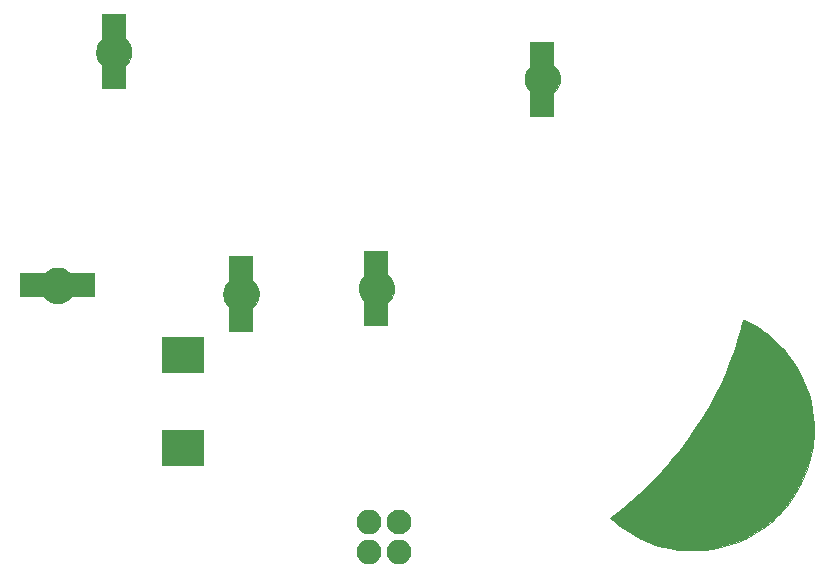
<source format=gbs>
G04 #@! TF.FileFunction,Soldermask,Bot*
%FSLAX46Y46*%
G04 Gerber Fmt 4.6, Leading zero omitted, Abs format (unit mm)*
G04 Created by KiCad (PCBNEW 4.0.7) date 07/17/18 15:25:19*
%MOMM*%
%LPD*%
G01*
G04 APERTURE LIST*
%ADD10C,0.100000*%
%ADD11C,0.010000*%
%ADD12C,6.400000*%
%ADD13R,2.100000X2.400000*%
%ADD14R,2.400000X2.100000*%
%ADD15R,3.600000X3.100000*%
%ADD16C,2.100000*%
%ADD17O,2.100000X2.100000*%
G04 APERTURE END LIST*
D10*
D11*
G36*
X177232361Y-102125226D02*
X177298128Y-102151293D01*
X177393923Y-102195233D01*
X177507079Y-102250370D01*
X177965478Y-102492068D01*
X178406483Y-102755095D01*
X178838277Y-103044813D01*
X179269041Y-103366587D01*
X179527200Y-103574614D01*
X179652751Y-103682865D01*
X179798133Y-103815635D01*
X179957302Y-103966799D01*
X180124210Y-104130235D01*
X180292813Y-104299816D01*
X180457065Y-104469418D01*
X180610920Y-104632918D01*
X180748333Y-104784189D01*
X180863258Y-104917108D01*
X180914898Y-104980433D01*
X181318534Y-105521312D01*
X181681759Y-106074475D01*
X182004924Y-106640805D01*
X182288378Y-107221184D01*
X182532472Y-107816497D01*
X182737554Y-108427626D01*
X182903975Y-109055454D01*
X183032084Y-109700866D01*
X183122231Y-110364744D01*
X183146005Y-110614883D01*
X183153847Y-110738515D01*
X183159834Y-110895479D01*
X183163963Y-111076813D01*
X183166235Y-111273558D01*
X183166649Y-111476751D01*
X183165204Y-111677432D01*
X183161900Y-111866640D01*
X183156736Y-112035414D01*
X183149712Y-112174793D01*
X183146111Y-112223550D01*
X183070519Y-112872564D01*
X182953667Y-113514126D01*
X182796230Y-114146587D01*
X182598882Y-114768299D01*
X182362298Y-115377614D01*
X182087151Y-115972884D01*
X181774116Y-116552460D01*
X181423867Y-117114696D01*
X181037079Y-117657942D01*
X180799496Y-117959716D01*
X180699674Y-118077050D01*
X180575645Y-118214961D01*
X180433723Y-118367053D01*
X180280224Y-118526927D01*
X180121463Y-118688186D01*
X179963757Y-118844432D01*
X179813420Y-118989268D01*
X179676767Y-119116296D01*
X179560115Y-119219118D01*
X179537783Y-119237839D01*
X179008716Y-119651564D01*
X178468754Y-120024703D01*
X177916521Y-120357916D01*
X177350645Y-120651866D01*
X176769751Y-120907215D01*
X176172464Y-121124625D01*
X175557410Y-121304757D01*
X174965783Y-121439899D01*
X174499597Y-121520796D01*
X174016543Y-121582436D01*
X173528009Y-121623991D01*
X173045383Y-121644636D01*
X172580054Y-121643545D01*
X172314446Y-121632147D01*
X171653528Y-121572130D01*
X171005632Y-121471861D01*
X170371183Y-121331505D01*
X169750603Y-121151226D01*
X169144317Y-120931186D01*
X168552747Y-120671550D01*
X167976319Y-120372483D01*
X167415455Y-120034146D01*
X166870580Y-119656705D01*
X166533172Y-119396882D01*
X166426499Y-119309976D01*
X166316876Y-119218197D01*
X166215190Y-119130817D01*
X166132329Y-119057107D01*
X166110636Y-119037048D01*
X165954990Y-118891050D01*
X166290553Y-118633444D01*
X166978658Y-118086743D01*
X167667239Y-117503482D01*
X168350736Y-116889004D01*
X169023590Y-116248649D01*
X169680242Y-115587760D01*
X170315131Y-114911677D01*
X170922700Y-114225743D01*
X171122284Y-113990966D01*
X171836472Y-113111600D01*
X172510246Y-112219909D01*
X173143798Y-111315526D01*
X173737324Y-110398082D01*
X174291020Y-109467207D01*
X174805078Y-108522533D01*
X175279695Y-107563692D01*
X175715065Y-106590315D01*
X176111382Y-105602032D01*
X176468842Y-104598476D01*
X176787638Y-103579277D01*
X176973691Y-102910216D01*
X177011099Y-102767639D01*
X177047114Y-102628087D01*
X177079454Y-102500578D01*
X177105836Y-102394131D01*
X177123977Y-102317761D01*
X177126399Y-102306966D01*
X177145121Y-102227077D01*
X177162392Y-102161812D01*
X177174879Y-102123625D01*
X177176164Y-102120945D01*
X177192935Y-102115591D01*
X177232361Y-102125226D01*
X177232361Y-102125226D01*
G37*
X177232361Y-102125226D02*
X177298128Y-102151293D01*
X177393923Y-102195233D01*
X177507079Y-102250370D01*
X177965478Y-102492068D01*
X178406483Y-102755095D01*
X178838277Y-103044813D01*
X179269041Y-103366587D01*
X179527200Y-103574614D01*
X179652751Y-103682865D01*
X179798133Y-103815635D01*
X179957302Y-103966799D01*
X180124210Y-104130235D01*
X180292813Y-104299816D01*
X180457065Y-104469418D01*
X180610920Y-104632918D01*
X180748333Y-104784189D01*
X180863258Y-104917108D01*
X180914898Y-104980433D01*
X181318534Y-105521312D01*
X181681759Y-106074475D01*
X182004924Y-106640805D01*
X182288378Y-107221184D01*
X182532472Y-107816497D01*
X182737554Y-108427626D01*
X182903975Y-109055454D01*
X183032084Y-109700866D01*
X183122231Y-110364744D01*
X183146005Y-110614883D01*
X183153847Y-110738515D01*
X183159834Y-110895479D01*
X183163963Y-111076813D01*
X183166235Y-111273558D01*
X183166649Y-111476751D01*
X183165204Y-111677432D01*
X183161900Y-111866640D01*
X183156736Y-112035414D01*
X183149712Y-112174793D01*
X183146111Y-112223550D01*
X183070519Y-112872564D01*
X182953667Y-113514126D01*
X182796230Y-114146587D01*
X182598882Y-114768299D01*
X182362298Y-115377614D01*
X182087151Y-115972884D01*
X181774116Y-116552460D01*
X181423867Y-117114696D01*
X181037079Y-117657942D01*
X180799496Y-117959716D01*
X180699674Y-118077050D01*
X180575645Y-118214961D01*
X180433723Y-118367053D01*
X180280224Y-118526927D01*
X180121463Y-118688186D01*
X179963757Y-118844432D01*
X179813420Y-118989268D01*
X179676767Y-119116296D01*
X179560115Y-119219118D01*
X179537783Y-119237839D01*
X179008716Y-119651564D01*
X178468754Y-120024703D01*
X177916521Y-120357916D01*
X177350645Y-120651866D01*
X176769751Y-120907215D01*
X176172464Y-121124625D01*
X175557410Y-121304757D01*
X174965783Y-121439899D01*
X174499597Y-121520796D01*
X174016543Y-121582436D01*
X173528009Y-121623991D01*
X173045383Y-121644636D01*
X172580054Y-121643545D01*
X172314446Y-121632147D01*
X171653528Y-121572130D01*
X171005632Y-121471861D01*
X170371183Y-121331505D01*
X169750603Y-121151226D01*
X169144317Y-120931186D01*
X168552747Y-120671550D01*
X167976319Y-120372483D01*
X167415455Y-120034146D01*
X166870580Y-119656705D01*
X166533172Y-119396882D01*
X166426499Y-119309976D01*
X166316876Y-119218197D01*
X166215190Y-119130817D01*
X166132329Y-119057107D01*
X166110636Y-119037048D01*
X165954990Y-118891050D01*
X166290553Y-118633444D01*
X166978658Y-118086743D01*
X167667239Y-117503482D01*
X168350736Y-116889004D01*
X169023590Y-116248649D01*
X169680242Y-115587760D01*
X170315131Y-114911677D01*
X170922700Y-114225743D01*
X171122284Y-113990966D01*
X171836472Y-113111600D01*
X172510246Y-112219909D01*
X173143798Y-111315526D01*
X173737324Y-110398082D01*
X174291020Y-109467207D01*
X174805078Y-108522533D01*
X175279695Y-107563692D01*
X175715065Y-106590315D01*
X176111382Y-105602032D01*
X176468842Y-104598476D01*
X176787638Y-103579277D01*
X176973691Y-102910216D01*
X177011099Y-102767639D01*
X177047114Y-102628087D01*
X177079454Y-102500578D01*
X177105836Y-102394131D01*
X177123977Y-102317761D01*
X177126399Y-102306966D01*
X177145121Y-102227077D01*
X177162392Y-102161812D01*
X177174879Y-102123625D01*
X177176164Y-102120945D01*
X177192935Y-102115591D01*
X177232361Y-102125226D01*
G36*
X134988343Y-98462111D02*
X135003116Y-98465118D01*
X135212702Y-98529107D01*
X135417059Y-98630045D01*
X135608506Y-98762618D01*
X135779364Y-98921514D01*
X135921205Y-99100300D01*
X136040960Y-99315389D01*
X136121850Y-99540668D01*
X136164776Y-99771818D01*
X136170643Y-100004518D01*
X136140352Y-100234448D01*
X136074806Y-100457288D01*
X135974909Y-100668719D01*
X135841564Y-100864421D01*
X135675673Y-101040072D01*
X135485099Y-101186832D01*
X135338696Y-101273484D01*
X135197577Y-101335710D01*
X135049765Y-101376990D01*
X134883280Y-101400804D01*
X134717366Y-101409936D01*
X134565121Y-101411552D01*
X134448506Y-101407038D01*
X134361214Y-101396039D01*
X134325783Y-101387769D01*
X134081359Y-101298849D01*
X133859740Y-101177220D01*
X133663824Y-101025748D01*
X133496511Y-100847297D01*
X133360701Y-100644732D01*
X133259292Y-100420917D01*
X133220869Y-100296133D01*
X133198324Y-100171186D01*
X133186675Y-100021506D01*
X133185884Y-99862654D01*
X133195910Y-99710189D01*
X133216713Y-99579670D01*
X133222772Y-99555300D01*
X133308616Y-99316239D01*
X133430098Y-99098739D01*
X133584920Y-98905569D01*
X133770784Y-98739496D01*
X133985395Y-98603292D01*
X134032166Y-98579585D01*
X134257046Y-98493165D01*
X134496065Y-98444225D01*
X134742180Y-98433597D01*
X134988343Y-98462111D01*
X134988343Y-98462111D01*
G37*
X134988343Y-98462111D02*
X135003116Y-98465118D01*
X135212702Y-98529107D01*
X135417059Y-98630045D01*
X135608506Y-98762618D01*
X135779364Y-98921514D01*
X135921205Y-99100300D01*
X136040960Y-99315389D01*
X136121850Y-99540668D01*
X136164776Y-99771818D01*
X136170643Y-100004518D01*
X136140352Y-100234448D01*
X136074806Y-100457288D01*
X135974909Y-100668719D01*
X135841564Y-100864421D01*
X135675673Y-101040072D01*
X135485099Y-101186832D01*
X135338696Y-101273484D01*
X135197577Y-101335710D01*
X135049765Y-101376990D01*
X134883280Y-101400804D01*
X134717366Y-101409936D01*
X134565121Y-101411552D01*
X134448506Y-101407038D01*
X134361214Y-101396039D01*
X134325783Y-101387769D01*
X134081359Y-101298849D01*
X133859740Y-101177220D01*
X133663824Y-101025748D01*
X133496511Y-100847297D01*
X133360701Y-100644732D01*
X133259292Y-100420917D01*
X133220869Y-100296133D01*
X133198324Y-100171186D01*
X133186675Y-100021506D01*
X133185884Y-99862654D01*
X133195910Y-99710189D01*
X133216713Y-99579670D01*
X133222772Y-99555300D01*
X133308616Y-99316239D01*
X133430098Y-99098739D01*
X133584920Y-98905569D01*
X133770784Y-98739496D01*
X133985395Y-98603292D01*
X134032166Y-98579585D01*
X134257046Y-98493165D01*
X134496065Y-98444225D01*
X134742180Y-98433597D01*
X134988343Y-98462111D01*
G36*
X146270384Y-98002998D02*
X146362877Y-98006742D01*
X146436630Y-98014767D01*
X146503432Y-98028534D01*
X146575068Y-98049505D01*
X146602450Y-98058479D01*
X146835903Y-98156937D01*
X147042795Y-98285800D01*
X147221633Y-98441360D01*
X147370928Y-98619912D01*
X147489187Y-98817750D01*
X147574921Y-99031166D01*
X147626639Y-99256454D01*
X147642849Y-99489909D01*
X147622061Y-99727823D01*
X147562784Y-99966491D01*
X147464206Y-100200883D01*
X147377692Y-100338419D01*
X147261348Y-100478663D01*
X147125673Y-100611452D01*
X146981166Y-100726619D01*
X146838326Y-100814003D01*
X146823165Y-100821483D01*
X146584150Y-100915592D01*
X146342160Y-100970666D01*
X146101930Y-100985885D01*
X145945643Y-100973559D01*
X145772103Y-100936695D01*
X145588468Y-100875217D01*
X145417116Y-100797275D01*
X145314324Y-100731091D01*
X145200341Y-100637854D01*
X145084807Y-100527365D01*
X144977363Y-100409425D01*
X144887648Y-100293834D01*
X144830526Y-100200883D01*
X144730206Y-99962546D01*
X144670204Y-99720554D01*
X144649970Y-99478559D01*
X144668955Y-99240210D01*
X144726609Y-99009161D01*
X144822380Y-98789060D01*
X144955720Y-98583560D01*
X145098399Y-98422883D01*
X145280644Y-98267197D01*
X145476800Y-98147307D01*
X145692283Y-98058479D01*
X145768217Y-98034743D01*
X145835334Y-98018705D01*
X145905419Y-98008902D01*
X145990260Y-98003875D01*
X146101642Y-98002162D01*
X146147366Y-98002075D01*
X146270384Y-98002998D01*
X146270384Y-98002998D01*
G37*
X146270384Y-98002998D02*
X146362877Y-98006742D01*
X146436630Y-98014767D01*
X146503432Y-98028534D01*
X146575068Y-98049505D01*
X146602450Y-98058479D01*
X146835903Y-98156937D01*
X147042795Y-98285800D01*
X147221633Y-98441360D01*
X147370928Y-98619912D01*
X147489187Y-98817750D01*
X147574921Y-99031166D01*
X147626639Y-99256454D01*
X147642849Y-99489909D01*
X147622061Y-99727823D01*
X147562784Y-99966491D01*
X147464206Y-100200883D01*
X147377692Y-100338419D01*
X147261348Y-100478663D01*
X147125673Y-100611452D01*
X146981166Y-100726619D01*
X146838326Y-100814003D01*
X146823165Y-100821483D01*
X146584150Y-100915592D01*
X146342160Y-100970666D01*
X146101930Y-100985885D01*
X145945643Y-100973559D01*
X145772103Y-100936695D01*
X145588468Y-100875217D01*
X145417116Y-100797275D01*
X145314324Y-100731091D01*
X145200341Y-100637854D01*
X145084807Y-100527365D01*
X144977363Y-100409425D01*
X144887648Y-100293834D01*
X144830526Y-100200883D01*
X144730206Y-99962546D01*
X144670204Y-99720554D01*
X144649970Y-99478559D01*
X144668955Y-99240210D01*
X144726609Y-99009161D01*
X144822380Y-98789060D01*
X144955720Y-98583560D01*
X145098399Y-98422883D01*
X145280644Y-98267197D01*
X145476800Y-98147307D01*
X145692283Y-98058479D01*
X145768217Y-98034743D01*
X145835334Y-98018705D01*
X145905419Y-98008902D01*
X145990260Y-98003875D01*
X146101642Y-98002162D01*
X146147366Y-98002075D01*
X146270384Y-98002998D01*
G36*
X119345596Y-97740805D02*
X119506387Y-97769432D01*
X119526032Y-97774597D01*
X119765497Y-97861203D01*
X119981283Y-97980959D01*
X120170883Y-98130773D01*
X120331791Y-98307553D01*
X120461501Y-98508207D01*
X120557508Y-98729644D01*
X120617306Y-98968771D01*
X120636250Y-99144496D01*
X120635274Y-99346352D01*
X120608376Y-99533795D01*
X120552668Y-99720539D01*
X120478602Y-99892936D01*
X120428884Y-99990712D01*
X120380465Y-100069992D01*
X120323882Y-100143751D01*
X120249674Y-100224967D01*
X120198749Y-100276682D01*
X120108200Y-100364287D01*
X120032180Y-100429135D01*
X119957732Y-100480669D01*
X119871902Y-100528330D01*
X119815002Y-100556386D01*
X119710594Y-100602378D01*
X119599711Y-100644577D01*
X119500132Y-100676447D01*
X119462604Y-100685931D01*
X119306672Y-100709083D01*
X119133488Y-100716532D01*
X118962746Y-100708209D01*
X118831783Y-100688143D01*
X118593984Y-100615486D01*
X118377984Y-100509226D01*
X118185860Y-100373136D01*
X118019691Y-100210990D01*
X117881551Y-100026562D01*
X117773519Y-99823626D01*
X117697672Y-99605956D01*
X117656086Y-99377325D01*
X117650839Y-99141507D01*
X117684007Y-98902277D01*
X117741188Y-98706594D01*
X117843941Y-98485062D01*
X117980920Y-98284303D01*
X118147718Y-98108166D01*
X118339925Y-97960497D01*
X118553136Y-97845144D01*
X118782941Y-97765956D01*
X118831783Y-97754521D01*
X118989599Y-97732809D01*
X119167101Y-97728417D01*
X119345596Y-97740805D01*
X119345596Y-97740805D01*
G37*
X119345596Y-97740805D02*
X119506387Y-97769432D01*
X119526032Y-97774597D01*
X119765497Y-97861203D01*
X119981283Y-97980959D01*
X120170883Y-98130773D01*
X120331791Y-98307553D01*
X120461501Y-98508207D01*
X120557508Y-98729644D01*
X120617306Y-98968771D01*
X120636250Y-99144496D01*
X120635274Y-99346352D01*
X120608376Y-99533795D01*
X120552668Y-99720539D01*
X120478602Y-99892936D01*
X120428884Y-99990712D01*
X120380465Y-100069992D01*
X120323882Y-100143751D01*
X120249674Y-100224967D01*
X120198749Y-100276682D01*
X120108200Y-100364287D01*
X120032180Y-100429135D01*
X119957732Y-100480669D01*
X119871902Y-100528330D01*
X119815002Y-100556386D01*
X119710594Y-100602378D01*
X119599711Y-100644577D01*
X119500132Y-100676447D01*
X119462604Y-100685931D01*
X119306672Y-100709083D01*
X119133488Y-100716532D01*
X118962746Y-100708209D01*
X118831783Y-100688143D01*
X118593984Y-100615486D01*
X118377984Y-100509226D01*
X118185860Y-100373136D01*
X118019691Y-100210990D01*
X117881551Y-100026562D01*
X117773519Y-99823626D01*
X117697672Y-99605956D01*
X117656086Y-99377325D01*
X117650839Y-99141507D01*
X117684007Y-98902277D01*
X117741188Y-98706594D01*
X117843941Y-98485062D01*
X117980920Y-98284303D01*
X118147718Y-98108166D01*
X118339925Y-97960497D01*
X118553136Y-97845144D01*
X118782941Y-97765956D01*
X118831783Y-97754521D01*
X118989599Y-97732809D01*
X119167101Y-97728417D01*
X119345596Y-97740805D01*
G36*
X160502749Y-80267414D02*
X160735729Y-80336519D01*
X160942712Y-80435966D01*
X161057070Y-80514739D01*
X161179497Y-80619540D01*
X161298487Y-80738861D01*
X161402532Y-80861195D01*
X161477866Y-80971120D01*
X161525331Y-81062462D01*
X161573873Y-81171458D01*
X161613216Y-81274982D01*
X161614187Y-81277883D01*
X161637972Y-81354060D01*
X161654060Y-81421600D01*
X161663930Y-81492319D01*
X161669058Y-81578034D01*
X161670921Y-81690562D01*
X161671067Y-81732966D01*
X161670467Y-81854097D01*
X161667210Y-81944477D01*
X161659807Y-82015671D01*
X161646773Y-82079244D01*
X161626621Y-82146763D01*
X161612564Y-82188050D01*
X161508364Y-82429954D01*
X161374889Y-82641295D01*
X161212057Y-82822165D01*
X161019786Y-82972656D01*
X160832399Y-83077112D01*
X160608763Y-83162566D01*
X160377351Y-83213553D01*
X160146759Y-83228869D01*
X159925581Y-83207309D01*
X159916283Y-83205511D01*
X159715724Y-83155343D01*
X159541228Y-83086724D01*
X159381680Y-82993640D01*
X159225960Y-82870072D01*
X159132116Y-82781168D01*
X159040247Y-82686416D01*
X158972080Y-82607061D01*
X158918799Y-82531392D01*
X158871588Y-82447700D01*
X158852889Y-82410300D01*
X158779127Y-82243647D01*
X158730347Y-82091981D01*
X158702740Y-81939248D01*
X158692499Y-81769398D01*
X158692201Y-81732966D01*
X158700054Y-81546597D01*
X158726817Y-81382697D01*
X158776464Y-81224123D01*
X158846748Y-81066216D01*
X158968111Y-80859018D01*
X159113087Y-80683281D01*
X159286363Y-80534448D01*
X159492625Y-80407963D01*
X159556450Y-80376159D01*
X159783669Y-80290701D01*
X160020963Y-80244257D01*
X160262575Y-80236577D01*
X160502749Y-80267414D01*
X160502749Y-80267414D01*
G37*
X160502749Y-80267414D02*
X160735729Y-80336519D01*
X160942712Y-80435966D01*
X161057070Y-80514739D01*
X161179497Y-80619540D01*
X161298487Y-80738861D01*
X161402532Y-80861195D01*
X161477866Y-80971120D01*
X161525331Y-81062462D01*
X161573873Y-81171458D01*
X161613216Y-81274982D01*
X161614187Y-81277883D01*
X161637972Y-81354060D01*
X161654060Y-81421600D01*
X161663930Y-81492319D01*
X161669058Y-81578034D01*
X161670921Y-81690562D01*
X161671067Y-81732966D01*
X161670467Y-81854097D01*
X161667210Y-81944477D01*
X161659807Y-82015671D01*
X161646773Y-82079244D01*
X161626621Y-82146763D01*
X161612564Y-82188050D01*
X161508364Y-82429954D01*
X161374889Y-82641295D01*
X161212057Y-82822165D01*
X161019786Y-82972656D01*
X160832399Y-83077112D01*
X160608763Y-83162566D01*
X160377351Y-83213553D01*
X160146759Y-83228869D01*
X159925581Y-83207309D01*
X159916283Y-83205511D01*
X159715724Y-83155343D01*
X159541228Y-83086724D01*
X159381680Y-82993640D01*
X159225960Y-82870072D01*
X159132116Y-82781168D01*
X159040247Y-82686416D01*
X158972080Y-82607061D01*
X158918799Y-82531392D01*
X158871588Y-82447700D01*
X158852889Y-82410300D01*
X158779127Y-82243647D01*
X158730347Y-82091981D01*
X158702740Y-81939248D01*
X158692499Y-81769398D01*
X158692201Y-81732966D01*
X158700054Y-81546597D01*
X158726817Y-81382697D01*
X158776464Y-81224123D01*
X158846748Y-81066216D01*
X158968111Y-80859018D01*
X159113087Y-80683281D01*
X159286363Y-80534448D01*
X159492625Y-80407963D01*
X159556450Y-80376159D01*
X159783669Y-80290701D01*
X160020963Y-80244257D01*
X160262575Y-80236577D01*
X160502749Y-80267414D01*
G36*
X124163103Y-77983500D02*
X124396020Y-78039040D01*
X124614513Y-78133323D01*
X124822560Y-78267755D01*
X124867153Y-78302720D01*
X125037324Y-78466665D01*
X125176111Y-78654699D01*
X125282709Y-78861640D01*
X125356317Y-79082307D01*
X125396132Y-79311516D01*
X125401353Y-79544086D01*
X125371175Y-79774836D01*
X125304798Y-79998583D01*
X125201419Y-80210145D01*
X125170183Y-80259792D01*
X125013405Y-80461345D01*
X124830466Y-80632178D01*
X124625096Y-80769364D01*
X124401021Y-80869978D01*
X124385942Y-80875168D01*
X124212341Y-80918995D01*
X124019306Y-80942810D01*
X123822355Y-80946015D01*
X123637003Y-80928012D01*
X123541366Y-80907732D01*
X123306877Y-80824607D01*
X123091898Y-80706844D01*
X122900033Y-80558097D01*
X122734890Y-80382021D01*
X122600074Y-80182274D01*
X122499192Y-79962509D01*
X122451753Y-79803236D01*
X122421043Y-79595796D01*
X122420699Y-79375191D01*
X122449225Y-79153640D01*
X122505129Y-78943366D01*
X122577617Y-78773856D01*
X122714769Y-78555694D01*
X122878797Y-78369376D01*
X123067205Y-78216414D01*
X123277498Y-78098319D01*
X123507183Y-78016604D01*
X123753764Y-77972780D01*
X123911783Y-77965300D01*
X124163103Y-77983500D01*
X124163103Y-77983500D01*
G37*
X124163103Y-77983500D02*
X124396020Y-78039040D01*
X124614513Y-78133323D01*
X124822560Y-78267755D01*
X124867153Y-78302720D01*
X125037324Y-78466665D01*
X125176111Y-78654699D01*
X125282709Y-78861640D01*
X125356317Y-79082307D01*
X125396132Y-79311516D01*
X125401353Y-79544086D01*
X125371175Y-79774836D01*
X125304798Y-79998583D01*
X125201419Y-80210145D01*
X125170183Y-80259792D01*
X125013405Y-80461345D01*
X124830466Y-80632178D01*
X124625096Y-80769364D01*
X124401021Y-80869978D01*
X124385942Y-80875168D01*
X124212341Y-80918995D01*
X124019306Y-80942810D01*
X123822355Y-80946015D01*
X123637003Y-80928012D01*
X123541366Y-80907732D01*
X123306877Y-80824607D01*
X123091898Y-80706844D01*
X122900033Y-80558097D01*
X122734890Y-80382021D01*
X122600074Y-80182274D01*
X122499192Y-79962509D01*
X122451753Y-79803236D01*
X122421043Y-79595796D01*
X122420699Y-79375191D01*
X122449225Y-79153640D01*
X122505129Y-78943366D01*
X122577617Y-78773856D01*
X122714769Y-78555694D01*
X122878797Y-78369376D01*
X123067205Y-78216414D01*
X123277498Y-78098319D01*
X123507183Y-78016604D01*
X123753764Y-77972780D01*
X123911783Y-77965300D01*
X124163103Y-77983500D01*
D12*
X176632995Y-114113371D03*
D13*
X134656600Y-101948999D03*
X134656600Y-97948999D03*
X160178000Y-79765601D03*
X160178000Y-83765601D03*
D14*
X117151401Y-99189400D03*
X121151401Y-99189400D03*
D13*
X146137400Y-101501399D03*
X146137400Y-97501399D03*
X123881400Y-77393801D03*
X123881400Y-81393801D03*
D15*
X129762200Y-105116201D03*
X129762200Y-113016201D03*
D16*
X148084401Y-119228001D03*
D17*
X148084401Y-121768001D03*
X145544401Y-119228001D03*
X145544401Y-121768001D03*
M02*

</source>
